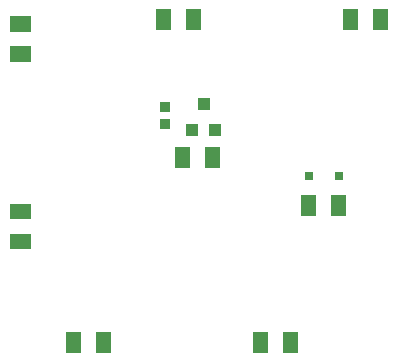
<source format=gbp>
G04 #@! TF.GenerationSoftware,KiCad,Pcbnew,(5.1.6)-1*
G04 #@! TF.CreationDate,2023-04-30T23:16:11+02:00*
G04 #@! TF.ProjectId,hub-1-wire,6875622d-312d-4776-9972-652e6b696361,rev?*
G04 #@! TF.SameCoordinates,Original*
G04 #@! TF.FileFunction,Paste,Bot*
G04 #@! TF.FilePolarity,Positive*
%FSLAX46Y46*%
G04 Gerber Fmt 4.6, Leading zero omitted, Abs format (unit mm)*
G04 Created by KiCad (PCBNEW (5.1.6)-1) date 2023-04-30 23:16:11*
%MOMM*%
%LPD*%
G01*
G04 APERTURE LIST*
%ADD10R,1.000000X1.000000*%
%ADD11C,0.100000*%
%ADD12R,0.800000X0.800000*%
%ADD13R,0.900000X0.900000*%
G04 APERTURE END LIST*
D10*
X214884000Y-85922000D03*
X213934000Y-88122000D03*
X215834000Y-88122000D03*
D11*
G36*
X213756000Y-89524000D02*
G01*
X213756000Y-91324000D01*
X212456000Y-91324000D01*
X212456000Y-89524000D01*
X213756000Y-89524000D01*
G37*
G36*
X216296000Y-89524000D02*
G01*
X216296000Y-91324000D01*
X214996000Y-91324000D01*
X214996000Y-89524000D01*
X216296000Y-89524000D01*
G37*
G36*
X224424000Y-93588000D02*
G01*
X224424000Y-95388000D01*
X223124000Y-95388000D01*
X223124000Y-93588000D01*
X224424000Y-93588000D01*
G37*
G36*
X226964000Y-93588000D02*
G01*
X226964000Y-95388000D01*
X225664000Y-95388000D01*
X225664000Y-93588000D01*
X226964000Y-93588000D01*
G37*
D12*
X226314000Y-91948000D03*
X223774000Y-91948000D03*
D11*
G36*
X221600000Y-106945000D02*
G01*
X221600000Y-105145000D01*
X222900000Y-105145000D01*
X222900000Y-106945000D01*
X221600000Y-106945000D01*
G37*
G36*
X219060000Y-106945000D02*
G01*
X219060000Y-105145000D01*
X220360000Y-105145000D01*
X220360000Y-106945000D01*
X219060000Y-106945000D01*
G37*
G36*
X212105000Y-77840000D02*
G01*
X212105000Y-79640000D01*
X210805000Y-79640000D01*
X210805000Y-77840000D01*
X212105000Y-77840000D01*
G37*
G36*
X214645000Y-77840000D02*
G01*
X214645000Y-79640000D01*
X213345000Y-79640000D01*
X213345000Y-77840000D01*
X214645000Y-77840000D01*
G37*
G36*
X205725000Y-106945000D02*
G01*
X205725000Y-105145000D01*
X207025000Y-105145000D01*
X207025000Y-106945000D01*
X205725000Y-106945000D01*
G37*
G36*
X203185000Y-106945000D02*
G01*
X203185000Y-105145000D01*
X204485000Y-105145000D01*
X204485000Y-106945000D01*
X203185000Y-106945000D01*
G37*
G36*
X198490000Y-81011000D02*
G01*
X200290000Y-81011000D01*
X200290000Y-82311000D01*
X198490000Y-82311000D01*
X198490000Y-81011000D01*
G37*
G36*
X198490000Y-78471000D02*
G01*
X200290000Y-78471000D01*
X200290000Y-79771000D01*
X198490000Y-79771000D01*
X198490000Y-78471000D01*
G37*
G36*
X198490000Y-96886000D02*
G01*
X200290000Y-96886000D01*
X200290000Y-98186000D01*
X198490000Y-98186000D01*
X198490000Y-96886000D01*
G37*
G36*
X198490000Y-94346000D02*
G01*
X200290000Y-94346000D01*
X200290000Y-95646000D01*
X198490000Y-95646000D01*
X198490000Y-94346000D01*
G37*
D13*
X211582000Y-87593000D03*
X211582000Y-86143000D03*
D11*
G36*
X227980000Y-77840000D02*
G01*
X227980000Y-79640000D01*
X226680000Y-79640000D01*
X226680000Y-77840000D01*
X227980000Y-77840000D01*
G37*
G36*
X230520000Y-77840000D02*
G01*
X230520000Y-79640000D01*
X229220000Y-79640000D01*
X229220000Y-77840000D01*
X230520000Y-77840000D01*
G37*
M02*

</source>
